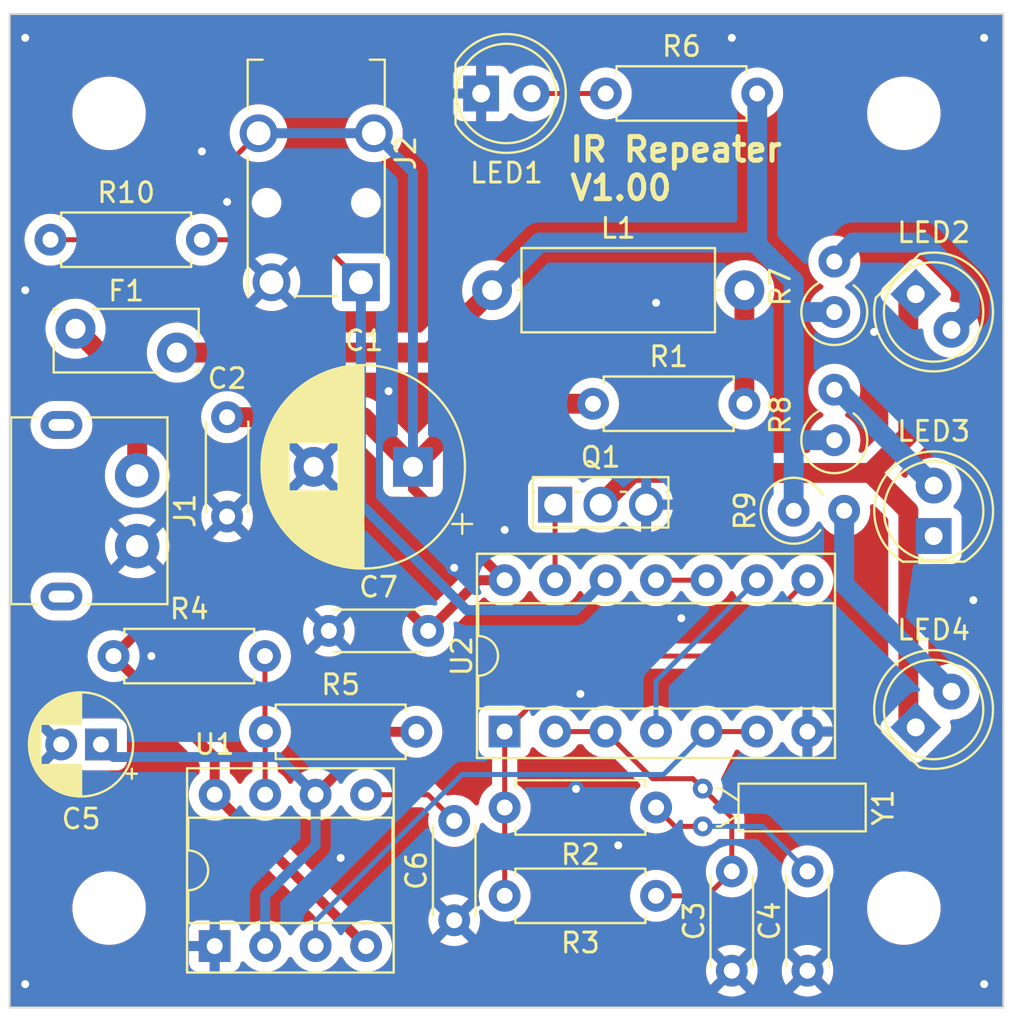
<source format=kicad_pcb>
(kicad_pcb (version 20241229) (generator "pcbnew") (generator_version "9.0")
  (layers (0 "F.Cu" signal) (2 "B.Cu" signal) (13 "F.Paste" user) (15 "B.Paste" user) (5 "F.SilkS" user "F.Silkscreen") (7 "B.SilkS" user "B.Silkscreen") (1 "F.Mask" user) (3 "B.Mask" user) (25 "Edge.Cuts" user))
  (net 0 "")
  (net 1 "+5V")
  (net 2 "GND")
  (net 3 "Net-(U1-THR)")
  (net 4 "Net-(U1-CV)")
  (net 5 "Net-(F1-Pad1)")
  (net 6 "VBUS")
  (net 9 "Net-(J2-PadR)")
  (net 10 "Net-(L1-Pad2)")
  (net 11 "Net-(U1-DIS)")
  (net 12 "Net-(U1-Q)")
  (net 13 "Net-(Q1-G)")
  (net 14 "Net-(U2-Pad4)")
  (net 15 "Net-(LED1-A)")
  (net 16 "Net-(U2-Pad10)")
  (net 17 "Net-(LED2-K)")
  (net 18 "Net-(LED2-A)")
  (net 19 "Net-(LED3-A)")
  (net 20 "Net-(LED4-A)")
  (net 21 "Net-(C3-Pad2)")
  (net 22 "Net-(C4-Pad2)")
  (net 23 "Net-(R2-Pad2)")
  (footprint "LED_THT:LED_D5.0mm_IRGrey" (layer "F.Cu") (at 189.598439 110.901561 45)
    (property "Reference" "LED4" (at 4.103427 -2.828427 0) (layer "F.SilkS"))
    (property "Value" "LED" (hide yes))
    (pad "1" thru_hole rect (at 0 0 45) (size 1.8 1.8) (drill 0.9) (layers "*.Cu" "*.Mask") (net 17 "Net-(LED2-K)"))
    (pad "2" thru_hole circle (at 2.54 0 45) (size 1.8 1.8) (drill 0.9) (layers "*.Cu" "*.Mask") (net 20 "Net-(LED4-A)"))
  )
  (footprint "Capacitor_THT:C_Disc_D4.3mm_W1.9mm_P5.00mm" (layer "F.Cu") (at 166.37 120.61 90)
    (property "Reference" "C6" (at 2.5 -1.905 90) (layer "F.SilkS"))
    (property "Value" "0.01u")
    (pad "1" thru_hole circle (at 0 0 90) (size 1.6 1.6) (drill 0.8) (layers "*.Cu" "*.Mask") (net 2 "GND"))
    (pad "2" thru_hole circle (at 5 0 90) (size 1.6 1.6) (drill 0.8) (layers "*.Cu" "*.Mask") (net 4 "Net-(U1-CV)"))
  )
  (footprint "Capacitor_THT:CP_Radial_D5.0mm_P2.00mm" (layer "F.Cu") (at 148.59 111.76 180)
    (property "Reference" "C5" (at 1 -3.75 0) (layer "F.SilkS"))
    (property "Value" "10u")
    (pad "1" thru_hole rect (at 0 0 180) (size 1.6 1.6) (drill 0.8) (layers "*.Cu" "*.Mask") (net 3 "Net-(U1-THR)"))
    (pad "2" thru_hole circle (at 2 0 180) (size 1.6 1.6) (drill 0.8) (layers "*.Cu" "*.Mask") (net 2 "GND"))
  )
  (footprint "Resistor_THT:R_Axial_DIN0207_L6.3mm_D2.5mm_P7.62mm_Horizontal" (layer "F.Cu") (at 156.845 111.125)
    (property "Reference" "R5" (at 3.81 -2.37 0) (layer "F.SilkS"))
    (property "Value" "1k")
    (pad "1" thru_hole circle (at 0 0) (size 1.6 1.6) (drill 0.8) (layers "*.Cu" "*.Mask") (net 11 "Net-(U1-DIS)"))
    (pad "2" thru_hole oval (at 7.62 0) (size 1.6 1.6) (drill 0.8) (layers "*.Cu" "*.Mask") (net 3 "Net-(U1-THR)"))
  )
  (footprint "Resistor_THT:R_Axial_DIN0207_L6.3mm_D2.5mm_P7.62mm_Horizontal" (layer "F.Cu") (at 173.355 94.615)
    (property "Reference" "R1" (at 3.81 -2.37 0) (layer "F.SilkS"))
    (property "Value" "100 1/2W")
    (pad "1" thru_hole circle (at 0 0) (size 1.6 1.6) (drill 0.8) (layers "*.Cu" "*.Mask") (net 1 "+5V"))
    (pad "2" thru_hole oval (at 7.62 0) (size 1.6 1.6) (drill 0.8) (layers "*.Cu" "*.Mask") (net 10 "Net-(L1-Pad2)"))
  )
  (footprint "Resistor_THT:R_Axial_DIN0309_L9.0mm_D3.2mm_P2.54mm_Vertical" (layer "F.Cu") (at 183.455 100)
    (property "Reference" "R9" (at -2.455 0 90) (layer "F.SilkS"))
    (property "Value" "39 1W")
    (pad "1" thru_hole circle (at 0 0) (size 1.6 1.6) (drill 0.8) (layers "*.Cu" "*.Mask") (net 6 "VBUS"))
    (pad "2" thru_hole oval (at 2.54 0) (size 1.6 1.6) (drill 0.8) (layers "*.Cu" "*.Mask") (net 20 "Net-(LED4-A)"))
  )
  (footprint "Capacitor_THT:C_Disc_D4.3mm_W1.9mm_P5.00mm" (layer "F.Cu") (at 160.06 106.045)
    (property "Reference" "C7" (at 2.5 -2.2 0) (layer "F.SilkS"))
    (property "Value" "0.1u")
    (pad "1" thru_hole circle (at 0 0) (size 1.6 1.6) (drill 0.8) (layers "*.Cu" "*.Mask") (net 2 "GND"))
    (pad "2" thru_hole circle (at 5 0) (size 1.6 1.6) (drill 0.8) (layers "*.Cu" "*.Mask") (net 1 "+5V"))
  )
  (footprint "Inductor_THT:L_Axial_L9.5mm_D4.0mm_P12.70mm_Horizontal_Fastron_SMCC" (layer "F.Cu") (at 168.275 88.9)
    (property "Reference" "L1" (at 6.35 -3.12 0) (layer "F.SilkS"))
    (property "Value" "1m")
    (pad "1" thru_hole circle (at 0 0) (size 2 2) (drill 1) (layers "*.Cu" "*.Mask") (net 6 "VBUS"))
    (pad "2" thru_hole oval (at 12.7 0) (size 2 2) (drill 1) (layers "*.Cu" "*.Mask") (net 10 "Net-(L1-Pad2)"))
  )
  (footprint "Package_DIP:DIP-14_W7.62mm_Socket" (layer "F.Cu") (at 168.905 111.115 90)
    (property "Reference" "U2" (at 3.8 -2.154 270) (layer "F.SilkS"))
    (property "Value" "74HC02")
    (pad "1" thru_hole rect (at 0 0 90) (size 1.6 1.6) (drill 0.8) (layers "*.Cu" "*.Mask") (net 23 "Net-(R2-Pad2)"))
    (pad "2" thru_hole oval (at 0 2.54 90) (size 1.6 1.6) (drill 0.8) (layers "*.Cu" "*.Mask") (net 21 "Net-(C3-Pad2)"))
    (pad "3" thru_hole oval (at 0 5.08 90) (size 1.6 1.6) (drill 0.8) (layers "*.Cu" "*.Mask") (net 21 "Net-(C3-Pad2)"))
    (pad "4" thru_hole oval (at 0 7.62 90) (size 1.6 1.6) (drill 0.8) (layers "*.Cu" "*.Mask") (net 14 "Net-(U2-Pad4)"))
    (pad "5" thru_hole oval (at 0 10.16 90) (size 1.6 1.6) (drill 0.8) (layers "*.Cu" "*.Mask") (net 12 "Net-(U1-Q)"))
    (pad "6" thru_hole oval (at 0 12.7 90) (size 1.6 1.6) (drill 0.8) (layers "*.Cu" "*.Mask") (net 12 "Net-(U1-Q)"))
    (pad "7" thru_hole oval (at 0 15.24 90) (size 1.6 1.6) (drill 0.8) (layers "*.Cu" "*.Mask") (net 2 "GND"))
    (pad "8" thru_hole oval (at 7.62 15.24 90) (size 1.6 1.6) (drill 0.8) (layers "*.Cu" "*.Mask") (net 23 "Net-(R2-Pad2)"))
    (pad "9" thru_hole oval (at 7.62 12.7 90) (size 1.6 1.6) (drill 0.8) (layers "*.Cu" "*.Mask") (net 14 "Net-(U2-Pad4)"))
    (pad "10" thru_hole oval (at 7.62 10.16 90) (size 1.6 1.6) (drill 0.8) (layers "*.Cu" "*.Mask") (net 16 "Net-(U2-Pad10)"))
    (pad "11" thru_hole oval (at 7.62 7.62 90) (size 1.6 1.6) (drill 0.8) (layers "*.Cu" "*.Mask") (net 16 "Net-(U2-Pad10)"))
    (pad "12" thru_hole oval (at 7.62 5.08 90) (size 1.6 1.6) (drill 0.8) (layers "*.Cu" "*.Mask") (net 9 "Net-(J2-PadR)"))
    (pad "13" thru_hole oval (at 7.62 2.54 90) (size 1.6 1.6) (drill 0.8) (layers "*.Cu" "*.Mask") (net 13 "Net-(Q1-G)"))
    (pad "14" thru_hole oval (at 7.62 0 90) (size 1.6 1.6) (drill 0.8) (layers "*.Cu" "*.Mask") (net 1 "+5V"))
  )
  (footprint "LED_THT:LED_D5.0mm_IRGrey" (layer "F.Cu") (at 190.5 101.275 90)
    (property "Reference" "LED3" (at 5.275 0 180) (layer "F.SilkS"))
    (property "Value" "LED" (hide yes))
    (pad "1" thru_hole rect (at 0 0 90) (size 1.8 1.8) (drill 0.9) (layers "*.Cu" "*.Mask") (net 17 "Net-(LED2-K)"))
    (pad "2" thru_hole circle (at 2.54 0 90) (size 1.8 1.8) (drill 0.9) (layers "*.Cu" "*.Mask") (net 19 "Net-(LED3-A)"))
  )
  (footprint "Package_DIP:DIP-8_W7.62mm_Socket" (layer "F.Cu") (at 154.315 121.91 90)
    (property "Reference" "U1" (at 10.15 -0.01 180) (layer "F.SilkS"))
    (property "Value" "NE555P")
    (pad "1" thru_hole rect (at 0 0 90) (size 1.6 1.6) (drill 0.8) (layers "*.Cu" "*.Mask") (net 2 "GND"))
    (pad "2" thru_hole oval (at 0 2.54 90) (size 1.6 1.6) (drill 0.8) (layers "*.Cu" "*.Mask") (net 3 "Net-(U1-THR)"))
    (pad "3" thru_hole oval (at 0 5.08 90) (size 1.6 1.6) (drill 0.8) (layers "*.Cu" "*.Mask") (net 12 "Net-(U1-Q)"))
    (pad "4" thru_hole oval (at 0 7.62 90) (size 1.6 1.6) (drill 0.8) (layers "*.Cu" "*.Mask") (net 1 "+5V"))
    (pad "5" thru_hole oval (at 7.62 7.62 90) (size 1.6 1.6) (drill 0.8) (layers "*.Cu" "*.Mask") (net 4 "Net-(U1-CV)"))
    (pad "6" thru_hole oval (at 7.62 5.08 90) (size 1.6 1.6) (drill 0.8) (layers "*.Cu" "*.Mask") (net 3 "Net-(U1-THR)"))
    (pad "7" thru_hole oval (at 7.62 2.54 90) (size 1.6 1.6) (drill 0.8) (layers "*.Cu" "*.Mask") (net 11 "Net-(U1-DIS)"))
    (pad "8" thru_hole oval (at 7.62 0 90) (size 1.6 1.6) (drill 0.8) (layers "*.Cu" "*.Mask") (net 1 "+5V"))
  )
  (footprint "Resistor_THT:R_Axial_DIN0207_L6.3mm_D2.5mm_P7.62mm_Horizontal" (layer "F.Cu") (at 176.53 114.935 180)
    (property "Reference" "R2" (at 3.81 -2.37 0) (layer "F.SilkS"))
    (property "Value" "470k")
    (pad "1" thru_hole circle (at 0 0 180) (size 1.6 1.6) (drill 0.8) (layers "*.Cu" "*.Mask") (net 22 "Net-(C4-Pad2)"))
    (pad "2" thru_hole oval (at 7.62 0 180) (size 1.6 1.6) (drill 0.8) (layers "*.Cu" "*.Mask") (net 23 "Net-(R2-Pad2)"))
  )
  (footprint "Package_TO_SOT_THT:TO-251-3_Vertical" (layer "F.Cu") (at 171.45 99.695)
    (property "Reference" "Q1" (at 2.29 -2.39 0) (layer "F.SilkS"))
    (property "Value" "2SK4017")
    (pad "1" thru_hole rect (at 0 0) (size 1.7175 1.8) (drill 1.1) (layers "*.Cu" "*.Mask") (net 13 "Net-(Q1-G)"))
    (pad "2" thru_hole oval (at 2.29 0) (size 1.7175 1.8) (drill 1.1) (layers "*.Cu" "*.Mask") (net 17 "Net-(LED2-K)"))
    (pad "3" thru_hole oval (at 4.58 0) (size 1.7175 1.8) (drill 1.1) (layers "*.Cu" "*.Mask") (net 2 "GND"))
  )
  (footprint "MountingHole:MountingHole_3.2mm_M3" (layer "F.Cu") (at 189 120)
    (property "Reference" "H3" (hide yes))
    (property "Value" "M3" (hide yes))
    (pad "" np_thru_hole circle (at 0 0) (size 3.2 3.2) (drill 3.2) (layers "*.Cu" "*.Mask"))
  )
  (footprint "Capacitor_THT:C_Disc_D4.3mm_W1.9mm_P5.00mm" (layer "F.Cu") (at 184.15 123.15 90)
    (property "Reference" "C4" (at 2.5 -1.905 90) (layer "F.SilkS"))
    (property "Value" "10p")
    (pad "1" thru_hole circle (at 0 0 90) (size 1.6 1.6) (drill 0.8) (layers "*.Cu" "*.Mask") (net 2 "GND"))
    (pad "2" thru_hole circle (at 5 0 90) (size 1.6 1.6) (drill 0.8) (layers "*.Cu" "*.Mask") (net 22 "Net-(C4-Pad2)"))
  )
  (footprint "Library:USB_C_PowerOnly" (layer "F.Cu") (at 148 100 -90)
    (property "Reference" "J1" (at 0 -4.826 90) (layer "F.SilkS"))
    (property "Value" "USB_C_Receptacle_PowerOnly_6P" (hide yes))
    (pad "A9" thru_hole circle (at -1.778 -2.413 270) (size 2.24 2.24) (drill 1.12) (layers "*.Cu" "*.Mask") (net 5 "Net-(F1-Pad1)"))
    (pad "A12" thru_hole circle (at 1.778 -2.413 270) (size 2.24 2.24) (drill 1.12) (layers "*.Cu" "*.Mask") (net 2 "GND"))
    (pad "S1" thru_hole oval (at -4.318 1.397 270) (size 1.4 2.1) (drill oval 0.6 1.3) (layers "*.Cu" "*.Mask"))
    (pad "S1" thru_hole oval (at 4.318 1.397 270) (size 1.4 2.1) (drill oval 0.6 1.3) (layers "*.Cu" "*.Mask"))
  )
  (footprint "Resistor_THT:R_Axial_DIN0207_L6.3mm_D2.5mm_P7.62mm_Horizontal" (layer "F.Cu") (at 146.05 86.36)
    (property "Reference" "R10" (at 3.81 -2.37 0) (layer "F.SilkS"))
    (property "Value" "10k")
    (pad "1" thru_hole circle (at 0 0) (size 1.6 1.6) (drill 0.8) (layers "*.Cu" "*.Mask") (net 1 "+5V"))
    (pad "2" thru_hole oval (at 7.62 0) (size 1.6 1.6) (drill 0.8) (layers "*.Cu" "*.Mask") (net 9 "Net-(J2-PadR)"))
  )
  (footprint "Resistor_THT:R_Axial_DIN0309_L9.0mm_D3.2mm_P2.54mm_Vertical" (layer "F.Cu") (at 185.5 96.45 90)
    (property "Reference" "R8" (at 1.27 -2.72 90) (layer "F.SilkS"))
    (property "Value" "39 1W")
    (pad "1" thru_hole circle (at 0 0 90) (size 1.6 1.6) (drill 0.8) (layers "*.Cu" "*.Mask") (net 6 "VBUS"))
    (pad "2" thru_hole oval (at 2.54 0 90) (size 1.6 1.6) (drill 0.8) (layers "*.Cu" "*.Mask") (net 19 "Net-(LED3-A)"))
  )
  (footprint "LED_THT:LED_D5.0mm_IRGrey" (layer "F.Cu") (at 189.598439 89.098439 -45)
    (property "Reference" "LED2" (at -1.553427 -2.828427 0) (layer "F.SilkS"))
    (property "Value" "LED" (hide yes))
    (pad "1" thru_hole rect (at 0 0 315) (size 1.8 1.8) (drill 0.9) (layers "*.Cu" "*.Mask") (net 17 "Net-(LED2-K)"))
    (pad "2" thru_hole circle (at 2.54 0 315) (size 1.8 1.8) (drill 0.9) (layers "*.Cu" "*.Mask") (net 18 "Net-(LED2-A)"))
  )
  (footprint "Resistor_THT:R_Axial_DIN0207_L6.3mm_D2.5mm_P7.62mm_Horizontal" (layer "F.Cu") (at 174 79)
    (property "Reference" "R6" (at 3.81 -2.37 0) (layer "F.SilkS"))
    (property "Value" "2.2k")
    (pad "1" thru_hole circle (at 0 0) (size 1.6 1.6) (drill 0.8) (layers "*.Cu" "*.Mask") (net 15 "Net-(LED1-A)"))
    (pad "2" thru_hole oval (at 7.62 0) (size 1.6 1.6) (drill 0.8) (layers "*.Cu" "*.Mask") (net 6 "VBUS"))
  )
  (footprint "Capacitor_THT:C_Disc_D4.3mm_W1.9mm_P5.00mm" (layer "F.Cu") (at 154.94 95.29 -90)
    (property "Reference" "C2" (at -1.945 0 180) (layer "F.SilkS"))
    (property "Value" "0.1u")
    (pad "1" thru_hole circle (at 0 0 270) (size 1.6 1.6) (drill 0.8) (layers "*.Cu" "*.Mask") (net 1 "+5V"))
    (pad "2" thru_hole circle (at 5 0 270) (size 1.6 1.6) (drill 0.8) (layers "*.Cu" "*.Mask") (net 2 "GND"))
  )
  (footprint "Crystal:Crystal_DS26_D2.0mm_L6.0mm_Horizontal" (layer "F.Cu") (at 178.88 115.885 90)
    (property "Reference" "Y1" (at 0.95 9.08 90) (layer "F.SilkS"))
    (property "Value" "38kHz")
    (pad "1" thru_hole circle (at 0 0 90) (size 1 1) (drill 0.5) (layers "*.Cu" "*.Mask") (net 22 "Net-(C4-Pad2)"))
    (pad "2" thru_hole circle (at 1.9 0 90) (size 1 1) (drill 0.5) (layers "*.Cu" "*.Mask") (net 21 "Net-(C3-Pad2)"))
  )
  (footprint "Connector_Audio:Jack_3.5mm_Switronic_ST-005-G_horizontal" (layer "F.Cu") (at 159.425 82 -90)
    (property "Reference" "J2" (at 0 -4.5 90) (layer "F.SilkS"))
    (property "Value" "AudioJack3" (hide yes))
    (pad "" np_thru_hole circle (at 2.5 -2.5 270) (size 1 1) (drill 1) (layers "*.Cu" "*.Mask"))
    (pad "" np_thru_hole circle (at 2.5 2.5 270) (size 1 1) (drill 1) (layers "*.Cu" "*.Mask"))
    (pad "R" thru_hole rect (at 6.5 -2.25 270) (size 1.9 1.9) (drill 1.2) (layers "*.Cu" "*.Mask") (net 9 "Net-(J2-PadR)"))
    (pad "S" thru_hole circle (at 6.5 2.25 270) (size 1.9 1.9) (drill 1.2) (layers "*.Cu" "*.Mask") (net 2 "GND"))
    (pad "T" thru_hole circle (at -1 -2.9 270) (size 1.9 1.9) (drill 1.2) (layers "*.Cu" "*.Mask") (net 1 "+5V"))
    (pad "T" thru_hole circle (at -1 2.9 270) (size 1.9 1.9) (drill 1.2) (layers "*.Cu" "*.Mask") (net 1 "+5V"))
  )
  (footprint "Resistor_THT:R_Axial_DIN0207_L6.3mm_D2.5mm_P7.62mm_Horizontal" (layer "F.Cu") (at 176.53 119.38 180)
    (property "Reference" "R3" (at 3.81 -2.37 0) (layer "F.SilkS"))
    (property "Value" "10M")
    (pad "1" thru_hole circle (at 0 0 180) (size 1.6 1.6) (drill 0.8) (layers "*.Cu" "*.Mask") (net 21 "Net-(C3-Pad2)"))
    (pad "2" thru_hole oval (at 7.62 0 180) (size 1.6 1.6) (drill 0.8) (layers "*.Cu" "*.Mask") (net 23 "Net-(R2-Pad2)"))
  )
  (footprint "Resistor_THT:R_Axial_DIN0309_L9.0mm_D3.2mm_P2.54mm_Vertical" (layer "F.Cu") (at 185.5 90 90)
    (property "Reference" "R7" (at 1.27 -2.72 90) (layer "F.SilkS"))
    (property "Value" "39 1W")
    (pad "1" thru_hole circle (at 0 0 90) (size 1.6 1.6) (drill 0.8) (layers "*.Cu" "*.Mask") (net 6 "VBUS"))
    (pad "2" thru_hole oval (at 2.54 0 90) (size 1.6 1.6) (drill 0.8) (layers "*.Cu" "*.Mask") (net 18 "Net-(LED2-A)"))
  )
  (footprint "Fuse:Fuse_Bourns_MF-RG300" (layer "F.Cu") (at 147.31 90.84)
    (property "Reference" "F1" (at 2.55 -1.9 0) (layer "F.SilkS"))
    (property "Value" "0.5A")
    (pad "1" thru_hole circle (at 0 0) (size 2.01 2.01) (drill 1.01) (layers "*.Cu" "*.Mask") (net 5 "Net-(F1-Pad1)"))
    (pad "2" thru_hole circle (at 5.1 1.2) (size 2.01 2.01) (drill 1.01) (layers "*.Cu" "*.Mask") (net 6 "VBUS"))
  )
  (footprint "LED_THT:LED_D5.0mm" (layer "F.Cu") (at 167.725 79)
    (property "Reference" "LED1" (at 1.275 4 0) (layer "F.SilkS"))
    (property "Value" "LED" (hide yes))
    (pad "1" thru_hole rect (at 0 0) (size 1.8 1.8) (drill 0.9) (layers "*.Cu" "*.Mask") (net 2 "GND"))
    (pad "2" thru_hole circle (at 2.54 0) (size 1.8 1.8) (drill 0.9) (layers "*.Cu" "*.Mask") (net 15 "Net-(LED1-A)"))
  )
  (footprint "Resistor_THT:R_Axial_DIN0207_L6.3mm_D2.5mm_P7.62mm_Horizontal" (layer "F.Cu") (at 149.225 107.315)
    (property "Reference" "R4" (at 3.81 -2.37 0) (layer "F.SilkS"))
    (property "Value" "220k")
    (pad "1" thru_hole circle (at 0 0) (size 1.6 1.6) (drill 0.8) (layers "*.Cu" "*.Mask") (net 1 "+5V"))
    (pad "2" thru_hole oval (at 7.62 0) (size 1.6 1.6) (drill 0.8) (layers "*.Cu" "*.Mask") (net 11 "Net-(U1-DIS)"))
  )
  (footprint "MountingHole:MountingHole_3.2mm_M3" (layer "F.Cu") (at 149 80)
    (property "Reference" "H1" (hide yes))
    (property "Value" "M3" (hide yes))
    (pad "" np_thru_hole circle (at 0 0) (size 3.2 3.2) (drill 3.2) (layers "*.Cu" "*.Mask"))
  )
  (footprint "MountingHole:MountingHole_3.2mm_M3" (layer "F.Cu") (at 189 80)
    (property "Reference" "H2" (hide yes))
    (property "Value" "M3" (hide yes))
    (pad "" np_thru_hole circle (at 0 0) (size 3.2 3.2) (drill 3.2) (layers "*.Cu" "*.Mask"))
  )
  (footprint "MountingHole:MountingHole_3.2mm_M3" (layer "F.Cu") (at 149 120)
    (property "Reference" "H4" (hide yes))
    (property "Value" "M3" (hide yes))
    (pad "" np_thru_hole circle (at 0 0) (size 3.2 3.2) (drill 3.2) (layers "*.Cu" "*.Mask"))
  )
  (footprint "Capacitor_THT:C_Disc_D4.3mm_W1.9mm_P5.00mm" (layer "F.Cu") (at 180.34 123.15 90)
    (property "Reference" "C3" (at 2.5 -1.905 90) (layer "F.SilkS"))
    (property "Value" "10p")
    (pad "1" thru_hole circle (at 0 0 90) (size 1.6 1.6) (drill 0.8) (layers "*.Cu" "*.Mask") (net 2 "GND"))
    (pad "2" thru_hole circle (at 5 0 90) (size 1.6 1.6) (drill 0.8) (layers "*.Cu" "*.Mask") (net 21 "Net-(C3-Pad2)"))
  )
  (footprint "Capacitor_THT:CP_Radial_D10.0mm_P5.00mm" (layer "F.Cu") (at 164.292677 97.79 180)
    (property "Reference" "C1" (at 2.46 6.35 0) (layer "F.SilkS"))
    (property "Value" "1000u")
    (pad "1" thru_hole rect (at 0 0 180) (size 2 2) (drill 1) (layers "*.Cu" "*.Mask") (net 1 "+5V"))
    (pad "2" thru_hole circle (at 5 0 180) (size 2 2) (drill 1) (layers "*.Cu" "*.Mask") (net 2 "GND"))
  )
  (gr_rect (start 144 75) (end 194 125) (stroke (width 0.1)) (fill no) (layer "Edge.Cuts"))
  (gr_text "IR Repeater\nV1.00" (at 172.085 84.455 0) (layer "F.SilkS") (effects (font (size 1.2 1.2) (thickness 0.25) (bold yes)) (justify left bottom)))
  (segment (start 152.4 104.14) (end 149.225 107.315) (width 0.5) (layer "F.Cu") (net 1))
  (segment (start 167.57 103.535) (end 167.57 103.495) (width 0.5) (layer "F.Cu") (net 1))
  (segment (start 167.467677 94.615) (end 164.292677 97.79) (width 1) (layer "F.Cu") (net 1))
  (segment (start 161.792677 95.29) (end 164.292677 97.79) (width 1) (layer "F.Cu") (net 1))
  (segment (start 168.905 103.495) (end 167.57 103.495) (width 0.5) (layer "F.Cu") (net 1))
  (segment (start 154.315 112.405) (end 149.225 107.315) (width 0.5) (layer "F.Cu") (net 1))
  (segment (start 164.292677 98.882677) (end 168.905 103.495) (width 0.5) (layer "F.Cu") (net 1))
  (segment (start 164.292677 97.79) (end 164.292677 98.882677) (width 0.5) (layer "F.Cu") (net 1))
  (segment (start 154.315 114.29) (end 154.315 112.405) (width 0.5) (layer "F.Cu") (net 1))
  (segment (start 154.315 114.29) (end 161.935 121.91) (width 0.5) (layer "F.Cu") (net 1))
  (segment (start 154.94 95.29) (end 161.792677 95.29) (width 1) (layer "F.Cu") (net 1))
  (segment (start 165.06 106.045) (end 163.155 104.14) (width 0.5) (layer "F.Cu") (net 1))
  (segment (start 165.06 106.045) (end 167.57 103.535) (width 0.5) (layer "F.Cu") (net 1))
  (segment (start 151.165 86.36) (end 156.525 81) (width 0.25) (layer "F.Cu") (net 1))
  (segment (start 163.155 104.14) (end 152.4 104.14) (width 0.5) (layer "F.Cu") (net 1))
  (segment (start 146.05 86.36) (end 151.165 86.36) (width 0.25) (layer "F.Cu") (net 1))
  (segment (start 173.355 94.615) (end 167.467677 94.615) (width 1) (layer "F.Cu") (net 1))
  (segment (start 164.292677 82.967677) (end 164.292677 97.79) (width 0.5) (layer "B.Cu") (net 1))
  (segment (start 162.325 81) (end 164.292677 82.967677) (width 0.5) (layer "B.Cu") (net 1))
  (segment (start 156.525 81) (end 162.325 81) (width 0.5) (layer "B.Cu") (net 1))
  (via (at 153.67 81.915) (size 0.8) (drill 0.4) (layers "F.Cu" "B.Cu") (net 2))
  (via (at 154.94 84.455) (size 0.8) (drill 0.4) (layers "F.Cu" "B.Cu") (net 2))
  (via (at 144.78 88.9) (size 0.8) (drill 0.4) (layers "F.Cu" "B.Cu") (net 2))
  (via (at 192.5 104.5) (size 0.8) (drill 0.4) (layers "F.Cu" "B.Cu") (net 2))
  (via (at 144.78 76.2) (size 0.8) (drill 0.4) (layers "F.Cu" "B.Cu") (net 2))
  (via (at 174.625 116.84) (size 0.8) (drill 0.4) (layers "F.Cu" "B.Cu") (net 2))
  (via (at 172.72 109.22) (size 0.8) (drill 0.4) (layers "F.Cu" "B.Cu") (net 2))
  (via (at 193.04 76.2) (size 0.8) (drill 0.4) (layers "F.Cu" "B.Cu") (net 2))
  (via (at 163.068 93.98) (size 0.8) (drill 0.4) (layers "F.Cu" "B.Cu") (net 2))
  (via (at 176.53 89.535) (size 0.8) (drill 0.4) (layers "F.Cu" "B.Cu") (net 2))
  (via (at 166.37 102.87) (size 0.8) (drill 0.4) (layers "F.Cu" "B.Cu") (net 2))
  (via (at 193.04 123.825) (size 0.8) (drill 0.4) (layers "F.Cu" "B.Cu") (net 2))
  (via (at 187.5 91) (size 0.8) (drill 0.4) (layers "F.Cu" "B.Cu") (net 2))
  (via (at 172.5 114) (size 0.8) (drill 0.4) (layers "F.Cu" "B.Cu") (net 2))
  (via (at 177.8 105.41) (size 0.8) (drill 0.4) (layers "F.Cu" "B.Cu") (net 2))
  (via (at 151.13 107.315) (size 0.8) (drill 0.4) (layers "F.Cu" "B.Cu") (net 2))
  (via (at 160.655 117.475) (size 0.8) (drill 0.4) (layers "F.Cu" "B.Cu") (net 2))
  (via (at 144.78 123.825) (size 0.8) (drill 0.4) (layers "F.Cu" "B.Cu") (net 2))
  (via (at 168.91 100.965) (size 0.8) (drill 0.4) (layers "F.Cu" "B.Cu") (net 2))
  (via (at 180.34 76.2) (size 0.8) (drill 0.4) (layers "F.Cu" "B.Cu") (net 2))
  (segment (start 159.395 114.29) (end 162.56 111.125) (width 0.5) (layer "F.Cu") (net 3))
  (segment (start 162.56 111.125) (end 164.465 111.125) (width 0.5) (layer "F.Cu") (net 3))
  (segment (start 159.395 116.83) (end 156.855 119.37) (width 0.5) (layer "B.Cu") (net 3))
  (segment (start 149.225 112.395) (end 148.59 111.76) (width 0.5) (layer "B.Cu") (net 3))
  (segment (start 157.5 112.395) (end 149.225 112.395) (width 0.5) (layer "B.Cu") (net 3))
  (segment (start 159.395 114.29) (end 157.5 112.395) (width 0.5) (layer "B.Cu") (net 3))
  (segment (start 156.855 119.37) (end 156.855 121.91) (width 0.5) (layer "B.Cu") (net 3))
  (segment (start 159.395 114.29) (end 159.395 116.83) (width 0.5) (layer "B.Cu") (net 3))
  (segment (start 161.935 114.29) (end 165.05 114.29) (width 0.25) (layer "F.Cu") (net 4))
  (segment (start 165.05 114.29) (end 166.37 115.61) (width 0.25) (layer "F.Cu") (net 4))
  (segment (start 150.413 93.943) (end 150.413 98.222) (width 1) (layer "F.Cu") (net 5))
  (segment (start 147.31 90.84) (end 150.413 93.943) (width 1) (layer "F.Cu") (net 5))
  (segment (start 152.41 92.04) (end 165.135 92.04) (width 1) (layer "F.Cu") (net 6))
  (segment (start 165.135 92.04) (end 168.275 88.9) (width 1) (layer "F.Cu") (net 6))
  (segment (start 183.455 96.5) (end 183.455 90) (width 1) (layer "B.Cu") (net 6))
  (segment (start 183.455 100) (end 183.455 96.5) (width 1) (layer "B.Cu") (net 6))
  (segment (start 183.455 90) (end 183.455 88.455) (width 1) (layer "B.Cu") (net 6))
  (segment (start 185.5 96.45) (end 183.505 96.45) (width 1) (layer "B.Cu") (net 6))
  (segment (start 185.5 90) (end 183.455 90) (width 1) (layer "B.Cu") (net 6))
  (segment (start 181.62 79) (end 181.62 86.38) (width 1) (layer "B.Cu") (net 6))
  (segment (start 181.5 86.5) (end 170.675 86.5) (width 1) (layer "B.Cu") (net 6))
  (segment (start 183.505 96.45) (end 183.455 96.5) (width 1) (layer "B.Cu") (net 6))
  (segment (start 170.675 86.5) (end 168.275 88.9) (width 1) (layer "B.Cu") (net 6))
  (segment (start 183.455 88.455) (end 181.5 86.5) (width 1) (layer "B.Cu") (net 6))
  (segment (start 181.62 86.38) (end 181.5 86.5) (width 1) (layer "B.Cu") (net 6))
  (segment (start 159.535 86.36) (end 161.675 88.5) (width 0.25) (layer "F.Cu") (net 9))
  (segment (start 153.67 86.36) (end 159.535 86.36) (width 0.25) (layer "F.Cu") (net 9))
  (segment (start 161.675 88.5) (end 161.675 99.675) (width 0.5) (layer "B.Cu") (net 9))
  (segment (start 172.48 105) (end 173.985 103.495) (width 0.5) (layer "B.Cu") (net 9))
  (segment (start 161.675 99.675) (end 167 105) (width 0.5) (layer "B.Cu") (net 9))
  (segment (start 167 105) (end 172.48 105) (width 0.5) (layer "B.Cu") (net 9))
  (segment (start 180.975 88.9) (end 180.975 94.615) (width 1) (layer "F.Cu") (net 10))
  (segment (start 156.845 107.315) (end 156.845 111.125) (width 0.25) (layer "F.Cu") (net 11))
  (segment (start 156.855 111.77) (end 156.855 114.29) (width 0.25) (layer "F.Cu") (net 11))
  (segment (start 156.845 111.125) (end 156.845 111.76) (width 0.25) (layer "F.Cu") (net 11))
  (segment (start 156.845 111.76) (end 156.855 111.77) (width 0.25) (layer "F.Cu") (net 11))
  (segment (start 179.065 111.115) (end 181.605 111.115) (width 0.25) (layer "F.Cu") (net 12))
  (segment (start 159.395 120.64) (end 159.395 121.91) (width 0.25) (layer "B.Cu") (net 12))
  (segment (start 179.065 111.115) (end 176.905 113.275) (width 0.25) (layer "B.Cu") (net 12))
  (segment (start 166.76 113.275) (end 159.395 120.64) (width 0.25) (layer "B.Cu") (net 12))
  (segment (start 176.905 113.275) (end 166.76 113.275) (width 0.25) (layer "B.Cu") (net 12))
  (segment (start 171.45 100.33) (end 171.445 100.335) (width 0.25) (layer "F.Cu") (net 13))
  (segment (start 171.45 99.695) (end 171.45 100.33) (width 0.25) (layer "F.Cu") (net 13))
  (segment (start 171.445 100.335) (end 171.445 103.495) (width 0.25) (layer "F.Cu") (net 13))
  (segment (start 176.525 108.575) (end 181.605 103.495) (width 0.25) (layer "B.Cu") (net 14))
  (segment (start 176.525 111.115) (end 176.525 108.575) (width 0.25) (layer "B.Cu") (net 14))
  (segment (start 174 79) (end 170.265 79) (width 0.25) (layer "F.Cu") (net 15))
  (segment (start 176.525 103.495) (end 179.065 103.495) (width 0.25) (layer "F.Cu") (net 16))
  (segment (start 190.5 101.275) (end 189.5 101.275) (width 1) (layer "F.Cu") (net 17))
  (segment (start 187.32 98.095) (end 189.225 100) (width 1) (layer "F.Cu") (net 17))
  (segment (start 189.5 101.275) (end 189.225 101) (width 1) (layer "F.Cu") (net 17))
  (segment (start 189.225 110.528122) (end 189.598439 110.901561) (width 1) (layer "F.Cu") (net 17))
  (segment (start 189.225 101) (end 189.225 100) (width 1) (layer "F.Cu") (net 17))
  (segment (start 189.225 96.19) (end 189.225 89.471878) (width 1) (layer "F.Cu") (net 17))
  (segment (start 189.225 89.471878) (end 189.598439 89.098439) (width 1) (layer "F.Cu") (net 17))
  (segment (start 175.34 98.095) (end 187.32 98.095) (width 1) (layer "F.Cu") (net 17))
  (segment (start 187.32 98.095) (end 189.225 96.19) (width 1) (layer "F.Cu") (net 17))
  (segment (start 173.74 99.695) (end 175.34 98.095) (width 1) (layer "F.Cu") (net 17))
  (segment (start 189.225 101) (end 189.225 110.528122) (width 1) (layer "F.Cu") (net 17))
  (segment (start 185.5 87.46) (end 186.46 86.5) (width 1) (layer "B.Cu") (net 18))
  (segment (start 192.29449 89.99449) (end 191.39449 90.89449) (width 1) (layer "B.Cu") (net 18))
  (segment (start 190 86.5) (end 192.29449 88.79449) (width 1) (layer "B.Cu") (net 18))
  (segment (start 192.29449 88.79449) (end 192.29449 89.99449) (width 1) (layer "B.Cu") (net 18))
  (segment (start 186.46 86.5) (end 190 86.5) (width 1) (layer "B.Cu") (net 18))
  (segment (start 185.5 93.91) (end 185.675 93.91) (width 1) (layer "B.Cu") (net 19))
  (segment (start 185.675 93.91) (end 190.5 98.735) (width 1) (layer "B.Cu") (net 19))
  (segment (start 185.995 100) (end 185.995 103.70602) (width 1) (layer "B.Cu") (net 20))
  (segment (start 185.995 103.70602) (end 191.39449 109.10551) (width 1) (layer "B.Cu") (net 20))
  (segment (start 171.445 111.115) (end 173.985 111.115) (width 0.25) (layer "F.Cu") (net 21))
  (segment (start 179.11 119.38) (end 180.34 118.15) (width 0.25) (layer "F.Cu") (net 21))
  (segment (start 180.34 115.445) (end 178.88 113.985) (width 0.25) (layer "F.Cu") (net 21))
  (segment (start 176.53 119.38) (end 179.11 119.38) (width 0.25) (layer "F.Cu") (net 21))
  (segment (start 178.380001 113.485001) (end 176.355001 113.485001) (width 0.25) (layer "F.Cu") (net 21))
  (segment (start 178.88 113.985) (end 178.380001 113.485001) (width 0.25) (layer "F.Cu") (net 21))
  (segment (start 180.34 118.15) (end 180.34 115.445) (width 0.25) (layer "F.Cu") (net 21))
  (segment (start 176.355001 113.485001) (end 173.985 111.115) (width 0.25) (layer "F.Cu") (net 21))
  (segment (start 177.48 115.885) (end 176.53 114.935) (width 0.25) (layer "F.Cu") (net 22))
  (segment (start 178.88 115.885) (end 177.48 115.885) (width 0.25) (layer "F.Cu") (net 22))
  (segment (start 178.88 115.885) (end 181.885 115.885) (width 0.25) (layer "B.Cu") (net 22))
  (segment (start 181.885 115.885) (end 184.15 118.15) (width 0.25) (layer "B.Cu") (net 22))
  (segment (start 179.705 107.315) (end 180.325 107.315) (width 0.25) (layer "F.Cu") (net 23))
  (segment (start 168.905 111.115) (end 168.905 111.12) (width 0.25) (layer "F.Cu") (net 23))
  (segment (start 168.905 111.115) (end 172.705 107.315) (width 0.25) (layer "F.Cu") (net 23))
  (segment (start 168.91 114.935) (end 168.91 119.38) (width 0.25) (layer "F.Cu") (net 23))
  (segment (start 172.705 107.315) (end 179.705 107.315) (width 0.25) (layer "F.Cu") (net 23))
  (segment (start 168.905 111.12) (end 168.91 111.125) (width 0.25) (layer "F.Cu") (net 23))
  (segment (start 168.91 111.125) (end 168.91 114.935) (width 0.25) (layer "F.Cu") (net 23))
  (segment (start 180.325 107.315) (end 184.145 103.495) (width 0.25) (layer "F.Cu") (net 23))
  (zone (net 0) (net_name "") (layer "F.Cu") (connect_pads (clearance 0)) (min_thickness 0.25)
    (keepout (tracks allowed) (vias allowed) (pads allowed) (copperpour not_allowed) (footprints allowed))
    (fill (thermal_gap 0.5) (thermal_bridge_width 0.5))
    (polygon (pts (xy 177.165 111.76) (xy 175.895 112.395) (xy 177.165 113.665) (xy 179.705 113.665) (xy 180.975 111.125) (xy 177.8 111.125)))
  )
  (zone (net 2) (net_name "GND") (layer "F.Cu") (priority 1) (connect_pads (clearance 0.508)) (min_thickness 0.25) (fill yes (thermal_gap 0.5) (thermal_bridge_width 0.5))
    (polygon (pts (xy 143.51 74.295) (xy 143.51 125.73) (xy 194.31 125.73) (xy 194.31 74.295)))
  )
  (zone (net 2) (net_name "GND") (layer "B.Cu") (connect_pads (clearance 0.508)) (min_thickness 0.25) (fill yes (thermal_gap 0.5) (thermal_bridge_width 0.5))
    (polygon (pts (xy 143.51 74.295) (xy 143.51 125.73) (xy 194.31 125.73) (xy 194.31 74.295)))
  )
  (zone (net 0) (net_name "") (layer "B.Cu") (connect_pads (clearance 0)) (min_thickness 0.25)
    (keepout (tracks allowed) (vias allowed) (pads allowed) (copperpour not_allowed) (footprints allowed))
    (fill (thermal_gap 0.5) (thermal_bridge_width 0.5))
    (polygon (pts (xy 187 96) (xy 184 96) (xy 184 100) (xy 186 100) (xy 186 104) (xy 189 106) (xy 190 99)))
  )
  (zone (net 0) (net_name "") (layers "B.Cu" "Edge.Cuts") (connect_pads (clearance 0)) (min_thickness 0.25)
    (keepout (tracks allowed) (vias allowed) (pads allowed) (copperpour not_allowed) (footprints allowed))
    (fill (thermal_gap 0.5) (thermal_bridge_width 0.5))
    (polygon (pts (xy 177.8 111.76) (xy 176.53 113.03) (xy 176.53 113.665) (xy 177.8 114.935) (xy 178.435 114.3) (xy 179.705 113.665) (xy 180.975 111.76) (xy 180.34 111.125)))
  )
)
</source>
